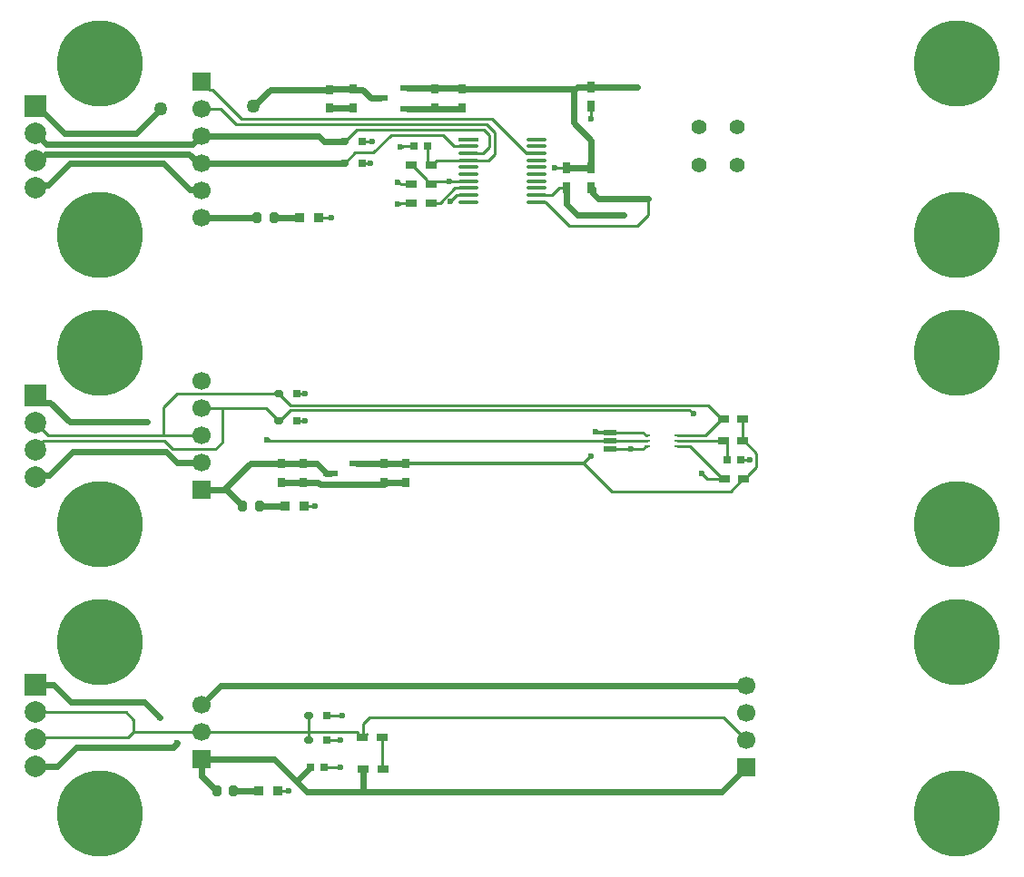
<source format=gtl>
G04*
G04 #@! TF.GenerationSoftware,Altium Limited,Altium Designer,21.0.3 (12)*
G04*
G04 Layer_Physical_Order=1*
G04 Layer_Color=255*
%FSLAX25Y25*%
%MOIN*%
G70*
G04*
G04 #@! TF.SameCoordinates,439F85FB-2BEC-417C-9B7D-EA87D0E056F6*
G04*
G04*
G04 #@! TF.FilePolarity,Positive*
G04*
G01*
G75*
%ADD12C,0.01000*%
%ADD17R,0.04000X0.03150*%
G04:AMPARAMS|DCode=18|XSize=37mil|YSize=32mil|CornerRadius=8mil|HoleSize=0mil|Usage=FLASHONLY|Rotation=270.000|XOffset=0mil|YOffset=0mil|HoleType=Round|Shape=RoundedRectangle|*
%AMROUNDEDRECTD18*
21,1,0.03700,0.01600,0,0,270.0*
21,1,0.02100,0.03200,0,0,270.0*
1,1,0.01600,-0.00800,-0.01050*
1,1,0.01600,-0.00800,0.01050*
1,1,0.01600,0.00800,0.01050*
1,1,0.01600,0.00800,-0.01050*
%
%ADD18ROUNDEDRECTD18*%
%ADD19R,0.03200X0.03700*%
%ADD20R,0.03000X0.03000*%
%ADD21R,0.03150X0.02756*%
G04:AMPARAMS|DCode=22|XSize=31.5mil|YSize=27.56mil|CornerRadius=0mil|HoleSize=0mil|Usage=FLASHONLY|Rotation=180.000|XOffset=0mil|YOffset=0mil|HoleType=Round|Shape=Octagon|*
%AMOCTAGOND22*
4,1,8,-0.01575,0.00689,-0.01575,-0.00689,-0.00886,-0.01378,0.00886,-0.01378,0.01575,-0.00689,0.01575,0.00689,0.00886,0.01378,-0.00886,0.01378,-0.01575,0.00689,0.0*
%
%ADD22OCTAGOND22*%

%ADD23R,0.02165X0.00984*%
%ADD24R,0.03000X0.03500*%
%ADD25R,0.05512X0.02362*%
%ADD26R,0.03000X0.04000*%
%ADD27R,0.03150X0.04000*%
%ADD28O,0.07480X0.01400*%
%ADD29R,0.07480X0.01400*%
%ADD30R,0.04000X0.03000*%
%ADD31R,0.05000X0.02000*%
%ADD53C,0.02362*%
%ADD54C,0.01181*%
%ADD55C,0.06693*%
%ADD56R,0.06693X0.06693*%
%ADD57C,0.05512*%
%ADD58C,0.31496*%
%ADD59R,0.07874X0.07874*%
%ADD60C,0.07874*%
%ADD61C,0.02362*%
%ADD62C,0.05000*%
D12*
X240500Y286000D02*
X244500D01*
X294000Y405559D02*
X300803D01*
X288647D02*
X294000D01*
X336964Y410500D02*
X337000Y410536D01*
X332500Y410500D02*
X336964D01*
X343240Y301740D02*
X353480Y291500D01*
X397075D01*
X401575Y296000D02*
X402000D01*
X397075Y291500D02*
X401575Y296000D01*
X231000Y181500D02*
X235000D01*
X249000Y209000D02*
X254500D01*
X249000Y200000D02*
X254000D01*
X248000Y190000D02*
X254000D01*
X401000Y303000D02*
X404319D01*
X353000Y307000D02*
X364980D01*
X366012Y308032D01*
X366587D01*
X238000Y317500D02*
X241000D01*
X237846Y327500D02*
X241000D01*
X346000Y428500D02*
Y433000D01*
X246000Y392000D02*
X250500D01*
X262000Y420236D02*
X262118Y420118D01*
X265382D01*
X265500Y420000D01*
X262118Y412118D02*
X264882D01*
X262000Y412236D02*
X262118Y412118D01*
X264882D02*
X265000Y412000D01*
X275000Y397000D02*
X275369D01*
X275884Y397516D02*
X279803D01*
X275369Y397000D02*
X275884Y397516D01*
X275853Y404516D02*
X279803D01*
X275369Y405000D02*
X275853Y404516D01*
X275000Y405000D02*
X275369D01*
X276369Y418000D02*
X276884Y418516D01*
X276000Y418000D02*
X276369D01*
X276884Y418516D02*
X280803D01*
X296526Y400441D02*
X300803D01*
X294173Y398088D02*
X294173D01*
X296526Y400441D01*
X242307Y200000D02*
Y203000D01*
X262213Y201000D02*
Y206213D01*
Y201000D02*
X262425D01*
X262000D02*
X262213D01*
Y206213D02*
X264500Y208500D01*
X263500Y202075D02*
Y202500D01*
X262425Y201000D02*
X263500Y202075D01*
X264500Y208500D02*
X394500Y208500D01*
X261575Y201000D02*
X262000D01*
X394500Y208500D02*
X403000Y200000D01*
X269300Y189700D02*
X269500Y189500D01*
X269300Y189700D02*
Y201000D01*
X178000Y203000D02*
Y207500D01*
X175028Y210472D02*
X178000Y207500D01*
Y203000D02*
X203000D01*
X141732Y210472D02*
X175028D01*
X203000Y203000D02*
X242000D01*
X142260Y201000D02*
X176000D01*
X178000Y203000D01*
X141732Y200472D02*
X142260Y201000D01*
X210500Y309500D02*
Y322000D01*
X192032Y307000D02*
X208000D01*
X210500Y309500D01*
X203000Y322000D02*
X210500D01*
X189032Y310000D02*
X192032Y307000D01*
X231307Y317500D02*
X231504D01*
X231110D02*
X231307D01*
X144961Y310000D02*
X186643D01*
X189032Y310000D01*
X141732Y306772D02*
X144961Y310000D01*
X189000Y312000D02*
X203000D01*
X189000Y312000D02*
Y322500D01*
Y312000D02*
X189000Y312000D01*
X146504D02*
X189000D01*
X141732Y316772D02*
X146504Y312000D01*
X235500Y323000D02*
X388925D01*
X231153Y327346D02*
X235500Y323000D01*
X388925D02*
X393925Y318000D01*
X235504Y321500D02*
X382000D01*
X231504Y317500D02*
X235504Y321500D01*
X382000D02*
X383500Y320000D01*
X210500Y322000D02*
X226610D01*
X231110Y317500D01*
X260500Y202075D02*
Y202414D01*
X242307Y203000D02*
X259914D01*
X260500Y202075D02*
X261575Y201000D01*
X259914Y203000D02*
X260500Y202414D01*
X242000Y203000D02*
X242307D01*
Y203307D02*
Y209000D01*
X242000Y203000D02*
X242307Y203307D01*
X394275Y296000D02*
X394700D01*
X388500D02*
X394275D01*
X386500Y298000D02*
X388500Y296000D01*
X393925Y318000D02*
X394350D01*
X231153Y327346D02*
Y327500D01*
X227369Y310500D02*
X227869Y310000D01*
X227000Y310500D02*
X227369D01*
X227869Y310000D02*
X353000D01*
X194000Y327500D02*
X231153D01*
X189000Y322500D02*
X194000Y327500D01*
X401650Y310000D02*
Y318000D01*
X406500Y300500D02*
Y305575D01*
X401650Y310000D02*
X402075D01*
X406500Y305575D01*
X402000Y296000D02*
X402425D01*
X403500Y297075D01*
Y297500D01*
X406500Y300500D01*
X395882Y303000D02*
Y308893D01*
X394775Y310000D02*
X395882Y308893D01*
X394350Y310000D02*
X394775D01*
X382243Y308032D02*
X387500Y302775D01*
X377413Y308032D02*
X382243D01*
X387500Y302775D02*
Y302775D01*
Y302775D02*
X394275Y296000D01*
X377413Y310000D02*
X394350D01*
X387893Y311968D02*
X393925Y318000D01*
X377413Y311968D02*
X387893D01*
X353000Y310000D02*
X366587D01*
X366012Y311968D02*
X366587D01*
X353000Y313000D02*
X364980D01*
X366012Y311968D01*
X215500Y426500D02*
X307500D01*
X203000Y432000D02*
X210000D01*
X215500Y426500D01*
X307500D02*
X310500Y423500D01*
X255504Y420236D02*
X259768Y424500D01*
X306500D01*
X308500Y422500D01*
X272500D02*
X291500D01*
X266000Y416000D02*
X272500Y422500D01*
X291500D02*
X295645Y418355D01*
X206846Y439153D02*
X217500Y428500D01*
X309500D02*
X322128Y415872D01*
X217500Y428500D02*
X309500D01*
X295645Y418355D02*
X300803D01*
X308500Y418000D02*
Y422500D01*
X310500Y415500D02*
Y423500D01*
X300803Y413236D02*
X308236D01*
X310500Y415500D01*
X325923Y415872D02*
X326000Y415795D01*
X322128Y415872D02*
X325923D01*
X205847Y439153D02*
X206846D01*
X203000Y442000D02*
X205847Y439153D01*
X259267Y416000D02*
X266000D01*
X255504Y412236D02*
X259267Y416000D01*
X255307Y412236D02*
X255504D01*
X306296Y415796D02*
X308500Y418000D01*
X300803Y415796D02*
X306296D01*
X255307Y420236D02*
X255504D01*
X290516Y397516D02*
X296000Y403000D01*
X300803D01*
X287104Y397516D02*
X290516D01*
X286996Y411516D02*
X287104D01*
X285922Y412591D02*
Y418516D01*
Y412591D02*
X286996Y411516D01*
X287529D02*
X289249Y413236D01*
X287104Y411516D02*
X287529D01*
X289249Y413236D02*
X300803D01*
X285603Y405516D02*
Y406141D01*
X286603Y404516D02*
X287104D01*
X279803Y411516D02*
X280229D01*
X285603Y406141D01*
Y405516D02*
X286603Y404516D01*
X287603D02*
X288647Y405559D01*
X287104Y404516D02*
X287603D01*
X367000Y393000D02*
Y399000D01*
X363000Y389000D02*
X367000Y393000D01*
X338000Y389000D02*
X363000D01*
X329118Y397882D02*
X338000Y389000D01*
X326000Y397882D02*
X329118D01*
X334236Y403236D02*
X337000D01*
X331441Y400441D02*
X334236Y403236D01*
X326000Y400441D02*
X331441D01*
D17*
X269300Y201000D02*
D03*
X262000D02*
D03*
X262200Y189500D02*
D03*
X269500D02*
D03*
X402000Y296000D02*
D03*
X394700D02*
D03*
X401650Y310000D02*
D03*
X394350D02*
D03*
X401650Y318000D02*
D03*
X394350D02*
D03*
X279803Y411516D02*
D03*
X287104D02*
D03*
D18*
X208394Y181500D02*
D03*
X214606D02*
D03*
X218000Y286000D02*
D03*
X224213D02*
D03*
X223287Y392000D02*
D03*
X229500D02*
D03*
D19*
X224000Y181500D02*
D03*
X231000D02*
D03*
X233500Y286000D02*
D03*
X240500D02*
D03*
X239000Y392000D02*
D03*
X246000D02*
D03*
D20*
X242882Y190000D02*
D03*
X248000D02*
D03*
X395882Y303000D02*
D03*
X401000D02*
D03*
X285922Y418516D02*
D03*
X280803D02*
D03*
D21*
X249000Y200000D02*
D03*
Y209000D02*
D03*
X238000Y317500D02*
D03*
X237846Y327500D02*
D03*
X262000Y412236D02*
D03*
Y420236D02*
D03*
D22*
X242307Y200000D02*
D03*
Y209000D02*
D03*
X231307Y317500D02*
D03*
X231153Y327500D02*
D03*
X255307Y412236D02*
D03*
X255307Y420236D02*
D03*
D23*
X366587Y311968D02*
D03*
Y310000D02*
D03*
Y308032D02*
D03*
X377413D02*
D03*
Y310000D02*
D03*
Y311968D02*
D03*
D24*
X278000Y294840D02*
D03*
Y301740D02*
D03*
X270000D02*
D03*
Y294840D02*
D03*
X240260Y301740D02*
D03*
Y294840D02*
D03*
X232260D02*
D03*
Y301740D02*
D03*
X298603Y432497D02*
D03*
Y439397D02*
D03*
X288603Y439497D02*
D03*
Y432597D02*
D03*
X258603Y439497D02*
D03*
Y432597D02*
D03*
X250000Y432336D02*
D03*
Y439236D02*
D03*
D25*
X260000Y294260D02*
D03*
Y301740D02*
D03*
X250103Y298001D02*
D03*
X278500Y432256D02*
D03*
Y439736D02*
D03*
X268603Y435997D02*
D03*
D26*
X346000Y440300D02*
D03*
Y433000D02*
D03*
D27*
X346000Y410536D02*
D03*
Y403236D02*
D03*
X337000Y410536D02*
D03*
Y403236D02*
D03*
D28*
X326000Y405559D02*
D03*
Y397882D02*
D03*
Y400441D02*
D03*
X326000Y403000D02*
D03*
X326000Y420914D02*
D03*
Y418355D02*
D03*
Y408118D02*
D03*
Y415795D02*
D03*
X300803Y397882D02*
D03*
Y400441D02*
D03*
Y413236D02*
D03*
Y415796D02*
D03*
Y418355D02*
D03*
Y408118D02*
D03*
Y405559D02*
D03*
Y403000D02*
D03*
Y410677D02*
D03*
X326000D02*
D03*
Y413236D02*
D03*
D29*
X300803Y420914D02*
D03*
D30*
X287104Y397516D02*
D03*
X279803D02*
D03*
X287104Y404516D02*
D03*
X279803D02*
D03*
D31*
X353000Y313000D02*
D03*
Y307000D02*
D03*
Y310000D02*
D03*
D53*
X270000Y301740D02*
X276450D01*
X246500Y294000D02*
X269160D01*
X270000Y294840D02*
X278000D01*
X240260D02*
X245660D01*
X232260D02*
X240260D01*
X269681Y294271D02*
X270000Y294590D01*
Y294840D01*
X269431Y294271D02*
X269681D01*
X269160Y294000D02*
X269431Y294271D01*
X245660Y294840D02*
X246500Y294000D01*
X278500Y432256D02*
X298362D01*
X298603Y432497D01*
X250130Y432467D02*
X258473D01*
X258603Y432597D01*
X250000Y432336D02*
X250130Y432467D01*
X237500Y185000D02*
X241500Y181000D01*
X229500Y193000D02*
X237500Y185000D01*
X237882D01*
X242882Y190000D01*
X214606Y181500D02*
X224000D01*
X207725Y182169D02*
X207975D01*
X203000Y186894D02*
Y193000D01*
Y186894D02*
X207725Y182169D01*
X207975D02*
X208394Y181750D01*
Y181500D02*
Y181750D01*
X203000Y193000D02*
X229500D01*
X241500Y181000D02*
X261500D01*
X224213Y286000D02*
X233500D01*
X218000D02*
Y286250D01*
X212250Y292000D02*
X218000Y286250D01*
X211000Y292000D02*
X212250D01*
X229500Y392000D02*
X239000D01*
X203000Y392000D02*
X223287D01*
X223287Y392000D01*
X261500Y181000D02*
X394000D01*
X262200Y181700D02*
Y189500D01*
X261500Y181000D02*
X262200Y181700D01*
X203000Y213000D02*
X210000Y220000D01*
X403000D01*
X394000Y181000D02*
X403000Y190000D01*
X192500Y197500D02*
X194000Y199000D01*
X149972Y190472D02*
X157000Y197500D01*
X192500D01*
X141732Y190472D02*
X149972D01*
X155000Y214000D02*
X182000D01*
X187500Y208500D01*
X141732Y220472D02*
X148528D01*
X155000Y214000D01*
X202490Y402510D02*
X203000Y402000D01*
X189000Y412000D02*
X198490Y402510D01*
X154500Y412000D02*
X189000D01*
X198490Y402510D02*
X202490D01*
X141732Y433228D02*
X144488Y430473D01*
X152500Y423000D02*
X179000D01*
X145027Y430473D02*
X152500Y423000D01*
X144488Y430473D02*
X145027D01*
X146658Y404157D02*
X154500Y412000D01*
X142661Y404157D02*
X146658D01*
X141732Y403228D02*
X142661Y404157D01*
X179000Y423000D02*
X188000Y432000D01*
X199451Y419000D02*
X202451Y422000D01*
X141732Y423228D02*
X145961Y419000D01*
X202451Y422000D02*
X246000D01*
X145961Y419000D02*
X199451D01*
X143224Y413228D02*
X145495Y415500D01*
X198328D01*
X141732Y413228D02*
X143224D01*
X198328Y415500D02*
X201828Y412000D01*
X203000D01*
X182500Y317000D02*
X182750Y317250D01*
X154500Y317000D02*
X182500D01*
X141732Y326772D02*
X144315Y324189D01*
X147311D02*
X154500Y317000D01*
X144315Y324189D02*
X147311D01*
X142390Y297429D02*
X146929D01*
X155500Y306000D01*
X189947D01*
X141732Y296772D02*
X142390Y297429D01*
X193947Y302000D02*
X203000D01*
X189947Y306000D02*
X193947Y302000D01*
X260000Y301740D02*
X270000D01*
X248528Y298001D02*
Y298515D01*
Y298001D02*
X250103D01*
X240260Y301740D02*
X245303D01*
X248528Y298515D01*
X232260Y301740D02*
X240260D01*
X220740D02*
X232260D01*
X211000Y292000D02*
X220740Y301740D01*
X203000Y292000D02*
X211000D01*
X222000Y433000D02*
X228236Y439236D01*
X250000D01*
X250130Y439367D01*
X339500Y438916D02*
X340884Y440300D01*
X346000D01*
X278500Y439736D02*
X298284D01*
X346000Y440300D02*
X346150Y440150D01*
X339019Y439397D02*
X339500Y438916D01*
X298603Y439397D02*
X339019D01*
X339500Y427000D02*
Y438916D01*
X346000Y410536D02*
Y420500D01*
X339500Y427000D02*
X346000Y420500D01*
X346394Y401106D02*
X348500Y399000D01*
X346394Y401106D02*
Y402843D01*
X346000Y403236D02*
X346394Y402843D01*
X348500Y399000D02*
X367000D01*
X258603Y439497D02*
X258921Y439179D01*
X261821D02*
X265003Y435997D01*
X258921Y439179D02*
X261821D01*
X265003Y435997D02*
X268603D01*
X337000Y410536D02*
X346000D01*
X337000Y397000D02*
X341000Y393000D01*
X337000Y397000D02*
Y403236D01*
X341000Y393000D02*
X358000D01*
X346150Y440150D02*
X362850D01*
X363000Y440000D01*
X298284Y439736D02*
X298603Y439418D01*
Y439397D02*
Y439418D01*
X258473Y439367D02*
X258603Y439497D01*
X250130Y439367D02*
X258473D01*
X203000Y412000D02*
X203118Y412118D01*
X255189D01*
X255307Y412236D01*
X250189Y420040D02*
X255110D01*
X248000Y420000D02*
X250149D01*
X255110Y420040D02*
X255307Y420236D01*
X250149Y420000D02*
X250189Y420040D01*
X246000Y422000D02*
X248000Y420000D01*
D54*
X278000Y301740D02*
X343240D01*
X276450D02*
X278000D01*
X347726Y313274D02*
X352726D01*
X353000Y313000D01*
X347500Y313500D02*
X347726Y313274D01*
X343240Y301740D02*
X346000Y304500D01*
D55*
X203000Y392000D02*
D03*
Y402000D02*
D03*
Y412000D02*
D03*
Y422000D02*
D03*
Y432000D02*
D03*
Y213000D02*
D03*
Y203000D02*
D03*
X403000Y220000D02*
D03*
Y210000D02*
D03*
Y200000D02*
D03*
X203000Y302000D02*
D03*
Y312000D02*
D03*
Y322000D02*
D03*
Y332000D02*
D03*
D56*
Y442000D02*
D03*
Y193000D02*
D03*
X403000Y190000D02*
D03*
X203000Y292000D02*
D03*
D57*
X399416Y411537D02*
D03*
X399528Y425567D02*
D03*
X385386D02*
D03*
Y411425D02*
D03*
D58*
X480315Y236221D02*
D03*
Y173228D02*
D03*
X165354D02*
D03*
Y236221D02*
D03*
Y342520D02*
D03*
Y279528D02*
D03*
X480315D02*
D03*
Y342520D02*
D03*
Y448819D02*
D03*
Y385827D02*
D03*
X165354D02*
D03*
Y448819D02*
D03*
D59*
X141732Y433228D02*
D03*
Y326772D02*
D03*
Y220472D02*
D03*
D60*
Y423228D02*
D03*
Y413228D02*
D03*
Y403228D02*
D03*
Y316772D02*
D03*
Y306772D02*
D03*
Y296772D02*
D03*
Y210472D02*
D03*
Y200472D02*
D03*
Y190472D02*
D03*
D61*
X244500Y286000D02*
D03*
X332500Y410500D02*
D03*
X294000Y405559D02*
D03*
X235000Y181500D02*
D03*
X254500Y209000D02*
D03*
X254000Y200000D02*
D03*
Y190000D02*
D03*
X360500Y307000D02*
D03*
X404319Y303000D02*
D03*
X347500Y313500D02*
D03*
X346000Y304500D02*
D03*
X274000Y294840D02*
D03*
X249500Y294000D02*
D03*
X236260Y294840D02*
D03*
X241000Y317500D02*
D03*
Y327500D02*
D03*
X346000Y428500D02*
D03*
X250500Y392000D02*
D03*
X265500Y420000D02*
D03*
X265000Y412000D02*
D03*
X275000Y397000D02*
D03*
Y405000D02*
D03*
X276000Y418000D02*
D03*
X294173Y398088D02*
D03*
X294000Y432000D02*
D03*
X284000D02*
D03*
X254301Y432467D02*
D03*
X194000Y199000D02*
D03*
X187500Y208500D02*
D03*
X182750Y317250D02*
D03*
X386500Y298000D02*
D03*
X383500Y320000D02*
D03*
X227000Y310500D02*
D03*
X358000Y393000D02*
D03*
X367000Y399000D02*
D03*
X363000Y440000D02*
D03*
D62*
X222000Y433000D02*
D03*
X188000Y432000D02*
D03*
M02*

</source>
